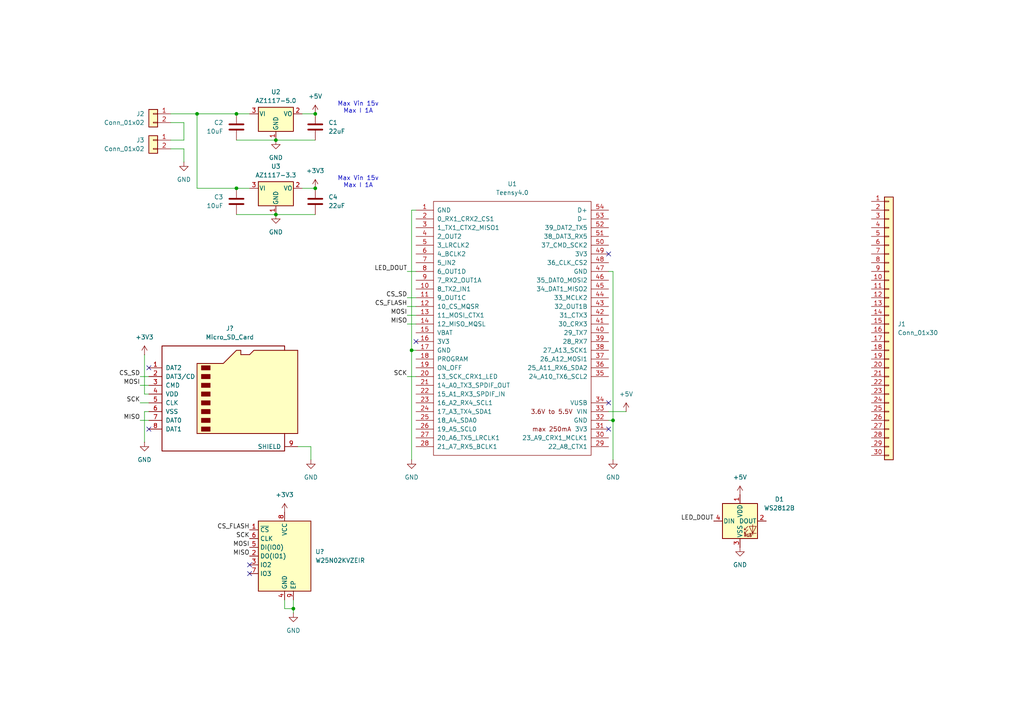
<source format=kicad_sch>
(kicad_sch (version 20231120) (generator "eeschema") (generator_version "8.0")
  (paper "A4")
  (lib_symbols
    (symbol "Connector:Micro_SD_Card" (pin_names (offset 1.016))
      (property "Reference" "J" (at -16.51 15.24 0))
      (property "Value" "Micro_SD_Card" (at 16.51 15.24 0))
      (symbol "Micro_SD_Card_0_1"
        (rectangle (start -7.62 -9.525) (end -5.08 -10.795) (fill (type outline)))
        (rectangle (start -7.62 -6.985) (end -5.08 -8.255) (fill (type outline)))
        (rectangle (start -7.62 -4.445) (end -5.08 -5.715) (fill (type outline)))
        (rectangle (start -7.62 -1.905) (end -5.08 -3.175) (fill (type outline)))
        (rectangle (start -7.62 0.635) (end -5.08 -0.635) (fill (type outline)))
        (rectangle (start -7.62 3.175) (end -5.08 1.905) (fill (type outline)))
        (rectangle (start -7.62 5.715) (end -5.08 4.445) (fill (type outline)))
        (rectangle (start -7.62 8.255) (end -5.08 6.985) (fill (type outline)))
        (polyline (pts (xy 16.51 12.7) (xy 16.51 13.97) (xy -19.05 13.97) (xy -19.05 -16.51) (xy 16.51 -16.51) (xy 16.51 -11.43)) (stroke (width 0.254)))
        (polyline (pts (xy -8.89 -11.43) (xy -8.89 8.89) (xy -1.27 8.89) (xy 2.54 12.7) (xy 3.81 12.7) (xy 3.81 11.43) (xy 6.35 11.43) (xy 7.62 12.7) (xy 20.32 12.7) (xy 20.32 -11.43) (xy -8.89 -11.43)) (stroke (width 0.254)) (fill (type background)))
      )
      (symbol "Micro_SD_Card_1_1"
        (pin bidirectional line (at -22.86 7.62 0) (length 3.81) (name "DAT2") (number "1"))
        (pin bidirectional line (at -22.86 5.08 0) (length 3.81) (name "DAT3/CD") (number "2"))
        (pin input line (at -22.86 2.54 0) (length 3.81) (name "CMD") (number "3"))
        (pin power_in line (at -22.86 0 0) (length 3.81) (name "VDD") (number "4"))
        (pin input line (at -22.86 -2.54 0) (length 3.81) (name "CLK") (number "5"))
        (pin power_in line (at -22.86 -5.08 0) (length 3.81) (name "VSS") (number "6"))
        (pin bidirectional line (at -22.86 -7.62 0) (length 3.81) (name "DAT0") (number "7"))
        (pin bidirectional line (at -22.86 -10.16 0) (length 3.81) (name "DAT1") (number "8"))
        (pin passive line (at 20.32 -15.24 180) (length 3.81) (name "SHIELD") (number "9"))
      )
    )
    (symbol "Connector_Generic:Conn_01x02" (pin_names (offset 1.016) hide)
      (property "Reference" "J" (at 0 2.54 0))
      (property "Value" "Conn_01x02" (at 0 -5.08 0))
      (symbol "Conn_01x02_1_1"
        (rectangle (start -1.27 -2.413) (end 0 -2.667) (stroke (width 0.1524)))
        (rectangle (start -1.27 0.127) (end 0 -0.127) (stroke (width 0.1524)))
        (rectangle (start -1.27 1.27) (end 1.27 -3.81) (stroke (width 0.254)) (fill (type background)))
        (pin passive line (at -5.08 0 0) (length 3.81) (name "Pin_1") (number "1"))
        (pin passive line (at -5.08 -2.54 0) (length 3.81) (name "Pin_2") (number "2"))
      )
    )
    (symbol "Connector_Generic:Conn_01x30" (pin_names (offset 1.016) hide)
      (property "Reference" "J" (at 0 38.1 0))
      (property "Value" "Conn_01x30" (at 0 -40.64 0))
      (symbol "Conn_01x30_1_1"
        (rectangle (start -1.27 -37.973) (end 0 -38.227) (stroke (width 0.1524)))
        (rectangle (start -1.27 -35.433) (end 0 -35.687) (stroke (width 0.1524)))
        (rectangle (start -1.27 -32.893) (end 0 -33.147) (stroke (width 0.1524)))
        (rectangle (start -1.27 -30.353) (end 0 -30.607) (stroke (width 0.1524)))
        (rectangle (start -1.27 -27.813) (end 0 -28.067) (stroke (width 0.1524)))
        (rectangle (start -1.27 -25.273) (end 0 -25.527) (stroke (width 0.1524)))
        (rectangle (start -1.27 -22.733) (end 0 -22.987) (stroke (width 0.1524)))
        (rectangle (start -1.27 -20.193) (end 0 -20.447) (stroke (width 0.1524)))
        (rectangle (start -1.27 -17.653) (end 0 -17.907) (stroke (width 0.1524)))
        (rectangle (start -1.27 -15.113) (end 0 -15.367) (stroke (width 0.1524)))
        (rectangle (start -1.27 -12.573) (end 0 -12.827) (stroke (width 0.1524)))
        (rectangle (start -1.27 -10.033) (end 0 -10.287) (stroke (width 0.1524)))
        (rectangle (start -1.27 -7.493) (end 0 -7.747) (stroke (width 0.1524)))
        (rectangle (start -1.27 -4.953) (end 0 -5.207) (stroke (width 0.1524)))
        (rectangle (start -1.27 -2.413) (end 0 -2.667) (stroke (width 0.1524)))
        (rectangle (start -1.27 0.127) (end 0 -0.127) (stroke (width 0.1524)))
        (rectangle (start -1.27 2.667) (end 0 2.413) (stroke (width 0.1524)))
        (rectangle (start -1.27 5.207) (end 0 4.953) (stroke (width 0.1524)))
        (rectangle (start -1.27 7.747) (end 0 7.493) (stroke (width 0.1524)))
        (rectangle (start -1.27 10.287) (end 0 10.033) (stroke (width 0.1524)))
        (rectangle (start -1.27 12.827) (end 0 12.573) (stroke (width 0.1524)))
        (rectangle (start -1.27 15.367) (end 0 15.113) (stroke (width 0.1524)))
        (rectangle (start -1.27 17.907) (end 0 17.653) (stroke (width 0.1524)))
        (rectangle (start -1.27 20.447) (end 0 20.193) (stroke (width 0.1524)))
        (rectangle (start -1.27 22.987) (end 0 22.733) (stroke (width 0.1524)))
        (rectangle (start -1.27 25.527) (end 0 25.273) (stroke (width 0.1524)))
        (rectangle (start -1.27 28.067) (end 0 27.813) (stroke (width 0.1524)))
        (rectangle (start -1.27 30.607) (end 0 30.353) (stroke (width 0.1524)))
        (rectangle (start -1.27 33.147) (end 0 32.893) (stroke (width 0.1524)))
        (rectangle (start -1.27 35.687) (end 0 35.433) (stroke (width 0.1524)))
        (rectangle (start -1.27 36.83) (end 1.27 -39.37) (stroke (width 0.254)) (fill (type background)))
        (pin passive line (at -5.08 35.56 0) (length 3.81) (name "Pin_1") (number "1"))
        (pin passive line (at -5.08 12.7 0) (length 3.81) (name "Pin_10") (number "10"))
        (pin passive line (at -5.08 10.16 0) (length 3.81) (name "Pin_11") (number "11"))
        (pin passive line (at -5.08 7.62 0) (length 3.81) (name "Pin_12") (number "12"))
        (pin passive line (at -5.08 5.08 0) (length 3.81) (name "Pin_13") (number "13"))
        (pin passive line (at -5.08 2.54 0) (length 3.81) (name "Pin_14") (number "14"))
        (pin passive line (at -5.08 0 0) (length 3.81) (name "Pin_15") (number "15"))
        (pin passive line (at -5.08 -2.54 0) (length 3.81) (name "Pin_16") (number "16"))
        (pin passive line (at -5.08 -5.08 0) (length 3.81) (name "Pin_17") (number "17"))
        (pin passive line (at -5.08 -7.62 0) (length 3.81) (name "Pin_18") (number "18"))
        (pin passive line (at -5.08 -10.16 0) (length 3.81) (name "Pin_19") (number "19"))
        (pin passive line (at -5.08 33.02 0) (length 3.81) (name "Pin_2") (number "2"))
        (pin passive line (at -5.08 -12.7 0) (length 3.81) (name "Pin_20") (number "20"))
        (pin passive line (at -5.08 -15.24 0) (length 3.81) (name "Pin_21") (number "21"))
        (pin passive line (at -5.08 -17.78 0) (length 3.81) (name "Pin_22") (number "22"))
        (pin passive line (at -5.08 -20.32 0) (length 3.81) (name "Pin_23") (number "23"))
        (pin passive line (at -5.08 -22.86 0) (length 3.81) (name "Pin_24") (number "24"))
        (pin passive line (at -5.08 -25.4 0) (length 3.81) (name "Pin_25") (number "25"))
        (pin passive line (at -5.08 -27.94 0) (length 3.81) (name "Pin_26") (number "26"))
        (pin passive line (at -5.08 -30.48 0) (length 3.81) (name "Pin_27") (number "27"))
        (pin passive line (at -5.08 -33.02 0) (length 3.81) (name "Pin_28") (number "28"))
        (pin passive line (at -5.08 -35.56 0) (length 3.81) (name "Pin_29") (number "29"))
        (pin passive line (at -5.08 30.48 0) (length 3.81) (name "Pin_3") (number "3"))
        (pin passive line (at -5.08 -38.1 0) (length 3.81) (name "Pin_30") (number "30"))
        (pin passive line (at -5.08 27.94 0) (length 3.81) (name "Pin_4") (number "4"))
        (pin passive line (at -5.08 25.4 0) (length 3.81) (name "Pin_5") (number "5"))
        (pin passive line (at -5.08 22.86 0) (length 3.81) (name "Pin_6") (number "6"))
        (pin passive line (at -5.08 20.32 0) (length 3.81) (name "Pin_7") (number "7"))
        (pin passive line (at -5.08 17.78 0) (length 3.81) (name "Pin_8") (number "8"))
        (pin passive line (at -5.08 15.24 0) (length 3.81) (name "Pin_9") (number "9"))
      )
    )
    (symbol "Device:C" (pin_numbers hide) (pin_names (offset 0.254))
      (property "Reference" "C" (at 0.635 2.54 0))
      (property "Value" "C" (at 0.635 -2.54 0))
      (symbol "C_0_1"
        (polyline (pts (xy -2.032 -0.762) (xy 2.032 -0.762)) (stroke (width 0.508)))
        (polyline (pts (xy -2.032 0.762) (xy 2.032 0.762)) (stroke (width 0.508)))
      )
      (symbol "C_1_1"
        (pin passive line (at 0 3.81 270) (length 2.794) (name "~") (number "1"))
        (pin passive line (at 0 -3.81 90) (length 2.794) (name "~") (number "2"))
      )
    )
    (symbol "LED:WS2812B" (pin_names (offset 0.254))
      (property "Reference" "D" (at 5.08 5.715 0))
      (property "Value" "WS2812B" (at 1.27 -5.715 0))
      (symbol "WS2812B_0_0"
        (text "RGB" (at 2.286 -4.191 0) (effects (font (size 0.762 0.762))))
      )
      (symbol "WS2812B_0_1"
        (polyline (pts (xy 1.27 -3.556) (xy 1.778 -3.556)))
        (polyline (pts (xy 1.27 -2.54) (xy 1.778 -2.54)))
        (polyline (pts (xy 4.699 -3.556) (xy 2.667 -3.556)))
        (polyline (pts (xy 2.286 -2.54) (xy 1.27 -3.556) (xy 1.27 -3.048)))
        (polyline (pts (xy 2.286 -1.524) (xy 1.27 -2.54) (xy 1.27 -2.032)))
        (polyline (pts (xy 3.683 -1.016) (xy 3.683 -3.556) (xy 3.683 -4.064)))
        (polyline (pts (xy 4.699 -1.524) (xy 2.667 -1.524) (xy 3.683 -3.556) (xy 4.699 -1.524)))
        (rectangle (start 5.08 5.08) (end -5.08 -5.08) (stroke (width 0.254)) (fill (type background)))
      )
      (symbol "WS2812B_1_1"
        (pin power_in line (at 0 7.62 270) (length 2.54) (name "VDD") (number "1"))
        (pin output line (at 7.62 0 180) (length 2.54) (name "DOUT") (number "2"))
        (pin power_in line (at 0 -7.62 90) (length 2.54) (name "VSS") (number "3"))
        (pin input line (at -7.62 0 0) (length 2.54) (name "DIN") (number "4"))
      )
    )
    (symbol "Memory_Flash:W25Q32JVZP"
      (property "Reference" "U" (at -6.35 11.43 0))
      (property "Value" "W25Q32JVZP" (at 7.62 11.43 0))
      (symbol "W25Q32JVZP_0_1"
        (rectangle (start -7.62 10.16) (end 7.62 -10.16) (stroke (width 0.254)) (fill (type background)))
      )
      (symbol "W25Q32JVZP_1_1"
        (pin input line (at -10.16 7.62 0) (length 2.54) (name "~{CS}") (number "1"))
        (pin bidirectional line (at -10.16 0 0) (length 2.54) (name "DO(IO1)") (number "2"))
        (pin bidirectional line (at -10.16 -2.54 0) (length 2.54) (name "IO2") (number "3"))
        (pin power_in line (at 0 -12.7 90) (length 2.54) (name "GND") (number "4"))
        (pin bidirectional line (at -10.16 2.54 0) (length 2.54) (name "DI(IO0)") (number "5"))
        (pin input line (at -10.16 5.08 0) (length 2.54) (name "CLK") (number "6"))
        (pin bidirectional line (at -10.16 -5.08 0) (length 2.54) (name "IO3") (number "7"))
        (pin power_in line (at 0 12.7 270) (length 2.54) (name "VCC") (number "8"))
        (pin passive line (at 2.54 -12.7 90) (length 2.54) (name "EP") (number "9"))
      )
    )
    (symbol "Regulator_Linear:AZ1117-5.0" (pin_names (offset 0.254))
      (property "Reference" "U" (at -3.81 3.175 0))
      (property "Value" "AZ1117-5.0" (at 0 3.175 0))
      (symbol "AZ1117-5.0_0_1"
        (rectangle (start -5.08 1.905) (end 5.08 -5.08) (stroke (width 0.254)) (fill (type background)))
      )
      (symbol "AZ1117-5.0_1_1"
        (pin power_in line (at 0 -7.62 90) (length 2.54) (name "GND") (number "1"))
        (pin power_out line (at 7.62 0 180) (length 2.54) (name "VO") (number "2"))
        (pin power_in line (at -7.62 0 0) (length 2.54) (name "VI") (number "3"))
      )
    )
    (symbol "power:+3V3" (power) (pin_numbers hide) (pin_names (offset 0) hide)
      (property "Value" "+3V3" (at 0 3.556 0))
      (symbol "+3V3_0_1"
        (polyline (pts (xy -0.762 1.27) (xy 0 2.54)))
        (polyline (pts (xy 0 0) (xy 0 2.54)))
        (polyline (pts (xy 0 2.54) (xy 0.762 1.27)))
      )
      (symbol "+3V3_1_1"
        (pin power_in line (at 0 0 90) (length 0) (name "~") (number "1"))
      )
    )
    (symbol "power:+5V" (power) (pin_numbers hide) (pin_names (offset 0) hide)
      (property "Value" "+5V" (at 0 3.556 0))
      (symbol "+5V_0_1"
        (polyline (pts (xy -0.762 1.27) (xy 0 2.54)))
        (polyline (pts (xy 0 0) (xy 0 2.54)))
        (polyline (pts (xy 0 2.54) (xy 0.762 1.27)))
      )
      (symbol "+5V_1_1"
        (pin power_in line (at 0 0 90) (length 0) (name "~") (number "1"))
      )
    )
    (symbol "power:GND" (power) (pin_numbers hide) (pin_names (offset 0) hide)
      (property "Value" "GND" (at 0 -3.81 0))
      (symbol "GND_0_1"
        (polyline (pts (xy 0 0) (xy 0 -1.27) (xy 1.27 -1.27) (xy 0 -2.54) (xy -1.27 -1.27) (xy 0 -1.27)))
      )
      (symbol "GND_1_1"
        (pin power_in line (at 0 0 270) (length 0) (name "~") (number "1"))
      )
    )
    (symbol "teensy:Teensy4.0" (pin_names (offset 1.016))
      (property "Reference" "U" (at 0 39.37 0))
      (property "Value" "Teensy4.0" (at 0 -39.37 0))
      (symbol "Teensy4.0_0_0"
        (text "3.6V to 5.5V" (at 11.43 -24.13 0) (effects (font (size 1.27 1.27))))
        (text "max 250mA" (at 11.43 -29.21 0) (effects (font (size 1.27 1.27))))
        (pin bidirectional line (at -27.94 11.43 0) (length 5.08) (name "8_TX2_IN1") (number "10"))
        (pin bidirectional line (at -27.94 8.89 0) (length 5.08) (name "9_OUT1C") (number "11"))
        (pin bidirectional line (at -27.94 6.35 0) (length 5.08) (name "10_CS_MQSR") (number "12"))
        (pin bidirectional line (at -27.94 3.81 0) (length 5.08) (name "11_MOSI_CTX1") (number "13"))
        (pin bidirectional line (at -27.94 1.27 0) (length 5.08) (name "12_MISO_MQSL") (number "14"))
        (pin power_in line (at -27.94 -1.27 0) (length 5.08) (name "VBAT") (number "15"))
        (pin power_in line (at -27.94 -3.81 0) (length 5.08) (name "3V3") (number "16"))
        (pin power_in line (at -27.94 -6.35 0) (length 5.08) (name "GND") (number "17"))
        (pin input line (at -27.94 -8.89 0) (length 5.08) (name "PROGRAM") (number "18"))
        (pin input line (at -27.94 -11.43 0) (length 5.08) (name "ON_OFF") (number "19"))
        (pin bidirectional line (at -27.94 -13.97 0) (length 5.08) (name "13_SCK_CRX1_LED") (number "20"))
        (pin bidirectional line (at -27.94 -16.51 0) (length 5.08) (name "14_A0_TX3_SPDIF_OUT") (number "21"))
        (pin bidirectional line (at -27.94 -19.05 0) (length 5.08) (name "15_A1_RX3_SPDIF_IN") (number "22"))
        (pin bidirectional line (at -27.94 -21.59 0) (length 5.08) (name "16_A2_RX4_SCL1") (number "23"))
        (pin bidirectional line (at -27.94 -24.13 0) (length 5.08) (name "17_A3_TX4_SDA1") (number "24"))
        (pin bidirectional line (at -27.94 -26.67 0) (length 5.08) (name "18_A4_SDA0") (number "25"))
        (pin bidirectional line (at -27.94 -29.21 0) (length 5.08) (name "19_A5_SCL0") (number "26"))
        (pin bidirectional line (at -27.94 -31.75 0) (length 5.08) (name "20_A6_TX5_LRCLK1") (number "27"))
        (pin bidirectional line (at -27.94 -34.29 0) (length 5.08) (name "21_A7_RX5_BCLK1") (number "28"))
        (pin bidirectional line (at 27.94 -34.29 180) (length 5.08) (name "22_A8_CTX1") (number "29"))
        (pin bidirectional line (at 27.94 -31.75 180) (length 5.08) (name "23_A9_CRX1_MCLK1") (number "30"))
        (pin power_out line (at 27.94 -29.21 180) (length 5.08) (name "3V3") (number "31"))
        (pin power_in line (at 27.94 -26.67 180) (length 5.08) (name "GND") (number "32"))
        (pin power_in line (at 27.94 -24.13 180) (length 5.08) (name "VIN") (number "33"))
        (pin power_out line (at 27.94 -21.59 180) (length 5.08) (name "VUSB") (number "34"))
        (pin bidirectional line (at 27.94 -13.97 180) (length 5.08) (name "24_A10_TX6_SCL2") (number "35"))
        (pin bidirectional line (at 27.94 -11.43 180) (length 5.08) (name "25_A11_RX6_SDA2") (number "36"))
        (pin bidirectional line (at 27.94 -8.89 180) (length 5.08) (name "26_A12_MOSI1") (number "37"))
        (pin bidirectional line (at 27.94 -6.35 180) (length 5.08) (name "27_A13_SCK1") (number "38"))
        (pin bidirectional line (at 27.94 -3.81 180) (length 5.08) (name "28_RX7") (number "39"))
        (pin bidirectional line (at 27.94 -1.27 180) (length 5.08) (name "29_TX7") (number "40"))
        (pin bidirectional line (at 27.94 1.27 180) (length 5.08) (name "30_CRX3") (number "41"))
        (pin bidirectional line (at 27.94 3.81 180) (length 5.08) (name "31_CTX3") (number "42"))
        (pin bidirectional line (at 27.94 6.35 180) (length 5.08) (name "32_OUT1B") (number "43"))
        (pin bidirectional line (at 27.94 8.89 180) (length 5.08) (name "33_MCLK2") (number "44"))
        (pin bidirectional line (at 27.94 11.43 180) (length 5.08) (name "34_DAT1_MISO2") (number "45"))
        (pin bidirectional line (at 27.94 13.97 180) (length 5.08) (name "35_DAT0_MOSI2") (number "46"))
        (pin power_out line (at 27.94 16.51 180) (length 5.08) (name "GND") (number "47"))
        (pin bidirectional line (at 27.94 19.05 180) (length 5.08) (name "36_CLK_CS2") (number "48"))
        (pin power_out line (at 27.94 21.59 180) (length 5.08) (name "3V3") (number "49"))
        (pin bidirectional line (at -27.94 24.13 0) (length 5.08) (name "3_LRCLK2") (number "5"))
        (pin bidirectional line (at 27.94 24.13 180) (length 5.08) (name "37_CMD_SCK2") (number "50"))
        (pin bidirectional line (at 27.94 26.67 180) (length 5.08) (name "38_DAT3_RX5") (number "51"))
        (pin bidirectional line (at 27.94 29.21 180) (length 5.08) (name "39_DAT2_TX5") (number "52"))
        (pin bidirectional line (at 27.94 31.75 180) (length 5.08) (name "D-") (number "53"))
        (pin bidirectional line (at 27.94 34.29 180) (length 5.08) (name "D+") (number "54"))
        (pin bidirectional line (at -27.94 21.59 0) (length 5.08) (name "4_BCLK2") (number "6"))
        (pin bidirectional line (at -27.94 19.05 0) (length 5.08) (name "5_IN2") (number "7"))
        (pin bidirectional line (at -27.94 16.51 0) (length 5.08) (name "6_OUT1D") (number "8"))
        (pin bidirectional line (at -27.94 13.97 0) (length 5.08) (name "7_RX2_OUT1A") (number "9"))
      )
      (symbol "Teensy4.0_0_1"
        (rectangle (start -22.86 36.83) (end 22.86 -36.83))
        (rectangle (start -20.32 -31.75) (end -20.32 -31.75))
      )
      (symbol "Teensy4.0_1_1"
        (pin power_in line (at -27.94 34.29 0) (length 5.08) (name "GND") (number "1"))
        (pin bidirectional line (at -27.94 31.75 0) (length 5.08) (name "0_RX1_CRX2_CS1") (number "2"))
        (pin bidirectional line (at -27.94 29.21 0) (length 5.08) (name "1_TX1_CTX2_MISO1") (number "3"))
        (pin bidirectional line (at -27.94 26.67 0) (length 5.08) (name "2_OUT2") (number "4"))
      )
    )
  )
  (junction (at 91.44 33.02))
  (junction (at 80.01 40.64))
  (junction (at 57.15 33.02))
  (junction (at 80.01 62.23))
  (junction (at 68.58 54.61))
  (junction (at 85.09 176.53))
  (junction (at 177.8 121.92))
  (junction (at 91.44 54.61))
  (junction (at 68.58 33.02))
  (junction (at 119.38 101.6))
  (no_connect (at 72.39 163.83))
  (no_connect (at 176.53 116.84))
  (no_connect (at 72.39 166.37))
  (no_connect (at 176.53 73.66))
  (no_connect (at 43.18 106.68))
  (no_connect (at 176.53 124.46))
  (no_connect (at 43.18 124.46))
  (no_connect (at 120.65 99.06))
  (wire (pts (xy 41.91 119.38) (xy 43.18 119.38)))
  (wire (pts (xy 90.17 133.35) (xy 90.17 129.54)))
  (wire (pts (xy 118.11 86.36) (xy 120.65 86.36)))
  (wire (pts (xy 82.55 173.99) (xy 82.55 176.53)))
  (wire (pts (xy 80.01 62.23) (xy 91.44 62.23)))
  (wire (pts (xy 41.91 114.3) (xy 43.18 114.3)))
  (wire (pts (xy 49.53 33.02) (xy 57.15 33.02)))
  (wire (pts (xy 119.38 133.35) (xy 119.38 101.6)))
  (wire (pts (xy 40.64 109.22) (xy 43.18 109.22)))
  (wire (pts (xy 176.53 78.74) (xy 177.8 78.74)))
  (wire (pts (xy 40.64 116.84) (xy 43.18 116.84)))
  (wire (pts (xy 90.17 129.54) (xy 86.36 129.54)))
  (wire (pts (xy 119.38 60.96) (xy 120.65 60.96)))
  (wire (pts (xy 57.15 54.61) (xy 68.58 54.61)))
  (wire (pts (xy 57.15 33.02) (xy 57.15 54.61)))
  (wire (pts (xy 118.11 109.22) (xy 120.65 109.22)))
  (wire (pts (xy 119.38 101.6) (xy 119.38 60.96)))
  (wire (pts (xy 80.01 40.64) (xy 91.44 40.64)))
  (wire (pts (xy 40.64 121.92) (xy 43.18 121.92)))
  (wire (pts (xy 87.63 54.61) (xy 91.44 54.61)))
  (wire (pts (xy 53.34 35.56) (xy 53.34 40.64)))
  (wire (pts (xy 53.34 43.18) (xy 49.53 43.18)))
  (wire (pts (xy 118.11 93.98) (xy 120.65 93.98)))
  (wire (pts (xy 53.34 46.99) (xy 53.34 43.18)))
  (wire (pts (xy 41.91 128.27) (xy 41.91 119.38)))
  (wire (pts (xy 85.09 173.99) (xy 85.09 176.53)))
  (wire (pts (xy 68.58 62.23) (xy 80.01 62.23)))
  (wire (pts (xy 40.64 111.76) (xy 43.18 111.76)))
  (wire (pts (xy 49.53 35.56) (xy 53.34 35.56)))
  (wire (pts (xy 82.55 176.53) (xy 85.09 176.53)))
  (wire (pts (xy 85.09 176.53) (xy 85.09 177.8)))
  (wire (pts (xy 177.8 121.92) (xy 176.53 121.92)))
  (wire (pts (xy 87.63 33.02) (xy 91.44 33.02)))
  (wire (pts (xy 176.53 119.38) (xy 181.61 119.38)))
  (wire (pts (xy 68.58 40.64) (xy 80.01 40.64)))
  (wire (pts (xy 118.11 88.9) (xy 120.65 88.9)))
  (wire (pts (xy 53.34 40.64) (xy 49.53 40.64)))
  (wire (pts (xy 41.91 102.87) (xy 41.91 114.3)))
  (wire (pts (xy 177.8 78.74) (xy 177.8 121.92)))
  (wire (pts (xy 119.38 101.6) (xy 120.65 101.6)))
  (wire (pts (xy 177.8 133.35) (xy 177.8 121.92)))
  (wire (pts (xy 57.15 33.02) (xy 68.58 33.02)))
  (wire (pts (xy 118.11 78.74) (xy 120.65 78.74)))
  (wire (pts (xy 68.58 33.02) (xy 72.39 33.02)))
  (wire (pts (xy 118.11 91.44) (xy 120.65 91.44)))
  (wire (pts (xy 68.58 54.61) (xy 72.39 54.61)))
  (text "Max Vin 15v\nMax I 1A\n" (at 103.886 31.242 0) (effects (font (size 1.27 1.27))))
  (text "Max Vin 15v\nMax I 1A\n" (at 103.886 52.832 0) (effects (font (size 1.27 1.27))))
  (label "MOSI" (at 40.64 111.76 180))
  (label "SCK" (at 40.64 116.84 180))
  (label "MISO" (at 72.39 161.29 180))
  (label "MOSI" (at 118.11 91.44 180))
  (label "MISO" (at 118.11 93.98 180))
  (label "CS_SD" (at 40.64 109.22 180))
  (label "MOSI" (at 72.39 158.75 180))
  (label "LED_DOUT" (at 207.01 151.13 180))
  (label "SCK" (at 72.39 156.21 180))
  (label "CS_SD" (at 118.11 86.36 180))
  (label "LED_DOUT" (at 118.11 78.74 180))
  (label "SCK" (at 118.11 109.22 180))
  (label "MISO" (at 40.64 121.92 180))
  (label "CS_FLASH" (at 118.11 88.9 180))
  (label "CS_FLASH" (at 72.39 153.67 180))
  (symbol (lib_id "Regulator_Linear:AZ1117-5.0") (at 80.01 54.61 0) (unit 1)
    (property "Reference" "U3" (at 80.01 48.26 0))
    (property "Value" "AZ1117-3.3" (at 80.01 50.8 0))
    (property "Footprint" "Package_TO_SOT_SMD:SOT-223-3_TabPin2" (effects (hide yes)))
    (property "Datasheet" "https://www.diodes.com/assets/Datasheets/AZ1117.pdf" (effects (hide yes)))
    (property "Description" "1A 20V Fixed LDO Linear Regulator, 5.0V, SOT-89/SOT-223/TO-220/TO-252/TO-263" (effects (hide yes)))
  )
  (symbol (lib_id "Memory_Flash:W25Q32JVZP") (at 82.55 161.29 0) (unit 1)
    (property "Reference" "U?" (at 91.44 160.0199 0) (effects (justify left)))
    (property "Value" "W25N02KVZEIR" (at 91.44 162.5599 0) (effects (justify left)))
    (property "Footprint" "Package_SON:WSON-8-1EP_6x5mm_P1.27mm_EP3.4x4.3mm" (effects (hide yes)))
    (property "Datasheet" "https://www.winbond.com/resource-files/W25N02KVxxIRU_Datasheet_20210625_G.pdf" (effects (hide yes)))
    (property "Description" "2Gb Serial Flash Memory, Quad SPI, 8WSON" (effects (hide yes)))
  )
  (symbol (lib_id "LED:WS2812B") (at 214.63 151.13 0) (unit 1)
    (property "Reference" "D1" (at 226.06 144.8114 0))
    (property "Value" "WS2812B" (at 226.06 147.3514 0))
    (property "Footprint" "LED_SMD:LED_WS2812B_PLCC4_5.0x5.0mm_P3.2mm" (effects (hide yes)))
    (property "Datasheet" "https://cdn-shop.adafruit.com/datasheets/WS2812B.pdf" (effects (hide yes)))
    (property "Description" "RGB LED with integrated controller" (effects (hide yes)))
  )
  (symbol (lib_id "power:+3V3") (at 82.55 148.59 0) (unit 1)
    (property "Reference" "#PWR011" (effects (hide yes)))
    (property "Value" "+3V3" (at 82.55 143.51 0))
    (property "Description" "Power symbol creates a global label with name \"+3V3\"" (effects (hide yes)))
  )
  (symbol (lib_id "power:GND") (at 85.09 177.8 0) (unit 1)
    (property "Reference" "#PWR010" (effects (hide yes)))
    (property "Value" "GND" (at 85.09 182.88 0))
    (property "Description" "Power symbol creates a global label with name \"GND\" , ground" (effects (hide yes)))
  )
  (symbol (lib_id "Connector:Micro_SD_Card") (at 66.04 114.3 0) (unit 1)
    (property "Reference" "J?" (at 66.675 95.25 0))
    (property "Value" "Micro_SD_Card" (at 66.675 97.79 0))
    (property "Datasheet" "https://www.molex.com/en-us/part-list/47219?taxonomyPathValueLast=Memory%20/%20SIM%20Card%20Connectors" (effects (hide yes)))
    (property "Description" "`microSD Card Connector, Hinge Type" (effects (hide yes)))
  )
  (symbol (lib_id "power:GND") (at 53.34 46.99 0) (unit 1)
    (property "Reference" "#PWR06" (effects (hide yes)))
    (property "Value" "GND" (at 53.34 52.07 0))
    (property "Description" "Power symbol creates a global label with name \"GND\" , ground" (effects (hide yes)))
  )
  (symbol (lib_id "Device:C") (at 68.58 36.83 0) (mirror y) (unit 1)
    (property "Reference" "C2" (at 64.77 35.5599 0) (effects (justify left)))
    (property "Value" "10uF" (at 64.77 38.0999 0) (effects (justify left)))
    (property "Description" "Unpolarized capacitor" (effects (hide yes)))
  )
  (symbol (lib_id "Connector_Generic:Conn_01x02") (at 44.45 40.64 0) (mirror y) (unit 1)
    (property "Reference" "J3" (at 41.91 40.6399 0) (effects (justify left)))
    (property "Value" "Conn_01x02" (at 41.91 43.1799 0) (effects (justify left)))
    (property "Description" "Generic connector, single row, 01x02, script generated (kicad-library-utils/schlib/autogen/connector/)" (effects (hide yes)))
  )
  (symbol (lib_id "power:GND") (at 80.01 40.64 0) (unit 1)
    (property "Reference" "#PWR015" (effects (hide yes)))
    (property "Value" "GND" (at 80.01 45.72 0))
    (property "Description" "Power symbol creates a global label with name \"GND\" , ground" (effects (hide yes)))
  )
  (symbol (lib_id "Regulator_Linear:AZ1117-5.0") (at 80.01 33.02 0) (unit 1)
    (property "Reference" "U2" (at 80.01 26.67 0))
    (property "Value" "AZ1117-5.0" (at 80.01 29.21 0))
    (property "Footprint" "Package_TO_SOT_SMD:SOT-223-3_TabPin2" (effects (hide yes)))
    (property "Datasheet" "https://www.diodes.com/assets/Datasheets/AZ1117.pdf" (effects (hide yes)))
    (property "Description" "1A 20V Fixed LDO Linear Regulator, 5.0V, SOT-89/SOT-223/TO-220/TO-252/TO-263" (effects (hide yes)))
  )
  (symbol (lib_id "power:+5V") (at 214.63 143.51 0) (unit 1)
    (property "Reference" "#PWR012" (effects (hide yes)))
    (property "Value" "+5V" (at 214.63 138.43 0))
    (property "Description" "Power symbol creates a global label with name \"+5V\"" (effects (hide yes)))
  )
  (symbol (lib_id "power:+5V") (at 91.44 33.02 0) (unit 1)
    (property "Reference" "#PWR014" (effects (hide yes)))
    (property "Value" "+5V" (at 91.44 27.94 0))
    (property "Description" "Power symbol creates a global label with name \"+5V\"" (effects (hide yes)))
  )
  (symbol (lib_id "Device:C") (at 91.44 36.83 0) (unit 1)
    (property "Reference" "C1" (at 95.25 35.5599 0) (effects (justify left)))
    (property "Value" "22uF" (at 95.25 38.0999 0) (effects (justify left)))
    (property "Description" "Unpolarized capacitor" (effects (hide yes)))
  )
  (symbol (lib_id "power:GND") (at 119.38 133.35 0) (unit 1)
    (property "Reference" "#PWR01" (effects (hide yes)))
    (property "Value" "GND" (at 119.38 138.43 0))
    (property "Description" "Power symbol creates a global label with name \"GND\" , ground" (effects (hide yes)))
  )
  (symbol (lib_id "teensy:Teensy4.0") (at 148.59 95.25 0) (unit 1)
    (property "Reference" "U1" (at 148.59 53.34 0))
    (property "Value" "Teensy4.0" (at 148.59 55.88 0))
  )
  (symbol (lib_id "power:GND") (at 80.01 62.23 0) (unit 1)
    (property "Reference" "#PWR04" (effects (hide yes)))
    (property "Value" "GND" (at 80.01 67.31 0))
    (property "Description" "Power symbol creates a global label with name \"GND\" , ground" (effects (hide yes)))
  )
  (symbol (lib_id "Connector_Generic:Conn_01x02") (at 44.45 33.02 0) (mirror y) (unit 1)
    (property "Reference" "J2" (at 41.91 33.0199 0) (effects (justify left)))
    (property "Value" "Conn_01x02" (at 41.91 35.5599 0) (effects (justify left)))
    (property "Description" "Generic connector, single row, 01x02, script generated (kicad-library-utils/schlib/autogen/connector/)" (effects (hide yes)))
  )
  (symbol (lib_id "power:+5V") (at 181.61 119.38 0) (unit 1)
    (property "Reference" "#PWR03" (effects (hide yes)))
    (property "Value" "+5V" (at 181.61 114.3 0))
    (property "Description" "Power symbol creates a global label with name \"+5V\"" (effects (hide yes)))
  )
  (symbol (lib_id "Device:C") (at 68.58 58.42 0) (mirror y) (unit 1)
    (property "Reference" "C3" (at 64.77 57.1499 0) (effects (justify left)))
    (property "Value" "10uF" (at 64.77 59.6899 0) (effects (justify left)))
    (property "Description" "Unpolarized capacitor" (effects (hide yes)))
  )
  (symbol (lib_id "power:GND") (at 90.17 133.35 0) (unit 1)
    (property "Reference" "#PWR09" (effects (hide yes)))
    (property "Value" "GND" (at 90.17 138.43 0))
    (property "Description" "Power symbol creates a global label with name \"GND\" , ground" (effects (hide yes)))
  )
  (symbol (lib_id "Connector_Generic:Conn_01x30") (at 257.81 93.98 0) (unit 1)
    (property "Reference" "J1" (at 260.35 93.9799 0) (effects (justify left)))
    (property "Value" "Conn_01x30" (at 260.35 96.5199 0) (effects (justify left)))
    (property "Description" "Generic connector, single row, 01x30, script generated (kicad-library-utils/schlib/autogen/connector/)" (effects (hide yes)))
  )
  (symbol (lib_id "Device:C") (at 91.44 58.42 0) (unit 1)
    (property "Reference" "C4" (at 95.25 57.1499 0) (effects (justify left)))
    (property "Value" "22uF" (at 95.25 59.6899 0) (effects (justify left)))
    (property "Description" "Unpolarized capacitor" (effects (hide yes)))
  )
  (symbol (lib_id "power:+3V3") (at 91.44 54.61 0) (unit 1)
    (property "Reference" "#PWR05" (effects (hide yes)))
    (property "Value" "+3V3" (at 91.44 49.53 0))
    (property "Description" "Power symbol creates a global label with name \"+3V3\"" (effects (hide yes)))
  )
  (symbol (lib_id "power:GND") (at 214.63 158.75 0) (unit 1)
    (property "Reference" "#PWR013" (effects (hide yes)))
    (property "Value" "GND" (at 214.63 163.83 0))
    (property "Description" "Power symbol creates a global label with name \"GND\" , ground" (effects (hide yes)))
  )
  (symbol (lib_id "power:GND") (at 177.8 133.35 0) (unit 1)
    (property "Reference" "#PWR02" (effects (hide yes)))
    (property "Value" "GND" (at 177.8 138.43 0))
    (property "Description" "Power symbol creates a global label with name \"GND\" , ground" (effects (hide yes)))
  )
  (symbol (lib_id "power:+3V3") (at 41.91 102.87 0) (unit 1)
    (property "Reference" "#PWR08" (effects (hide yes)))
    (property "Value" "+3V3" (at 41.91 97.79 0))
    (property "Description" "Power symbol creates a global label with name \"+3V3\"" (effects (hide yes)))
  )
  (symbol (lib_id "power:GND") (at 41.91 128.27 0) (unit 1)
    (property "Reference" "#PWR07" (effects (hide yes)))
    (property "Value" "GND" (at 41.91 133.35 0))
    (property "Description" "Power symbol creates a global label with name \"GND\" , ground" (effects (hide yes)))
  )
)
</source>
